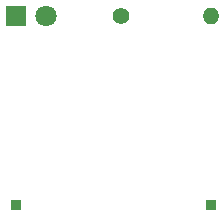
<source format=gbr>
%TF.GenerationSoftware,KiCad,Pcbnew,8.0.4*%
%TF.CreationDate,2024-09-03T13:19:50-07:00*%
%TF.ProjectId,3sept24 TH LED N RESISTOR,33736570-7432-4342-9054-48204c454420,rev?*%
%TF.SameCoordinates,Original*%
%TF.FileFunction,Copper,L1,Top*%
%TF.FilePolarity,Positive*%
%FSLAX46Y46*%
G04 Gerber Fmt 4.6, Leading zero omitted, Abs format (unit mm)*
G04 Created by KiCad (PCBNEW 8.0.4) date 2024-09-03 13:19:50*
%MOMM*%
%LPD*%
G01*
G04 APERTURE LIST*
%TA.AperFunction,ComponentPad*%
%ADD10C,1.400000*%
%TD*%
%TA.AperFunction,ComponentPad*%
%ADD11O,1.400000X1.400000*%
%TD*%
%TA.AperFunction,ComponentPad*%
%ADD12R,1.800000X1.800000*%
%TD*%
%TA.AperFunction,ComponentPad*%
%ADD13C,1.800000*%
%TD*%
%TA.AperFunction,ComponentPad*%
%ADD14R,0.850000X0.850000*%
%TD*%
G04 APERTURE END LIST*
D10*
%TO.P,R1,1*%
%TO.N,Net-(D1-A)*%
X138380000Y-91000000D03*
D11*
%TO.P,R1,2*%
%TO.N,+9V*%
X146000000Y-91000000D03*
%TD*%
D12*
%TO.P,D1,1,K*%
%TO.N,GND*%
X129500000Y-91000000D03*
D13*
%TO.P,D1,2,A*%
%TO.N,Net-(D1-A)*%
X132040000Y-91000000D03*
%TD*%
D14*
%TO.P,J1,1,Pin_1*%
%TO.N,GND*%
X129500000Y-107000000D03*
%TD*%
%TO.P,J2,1,Pin_1*%
%TO.N,+9V*%
X146000000Y-107000000D03*
%TD*%
M02*

</source>
